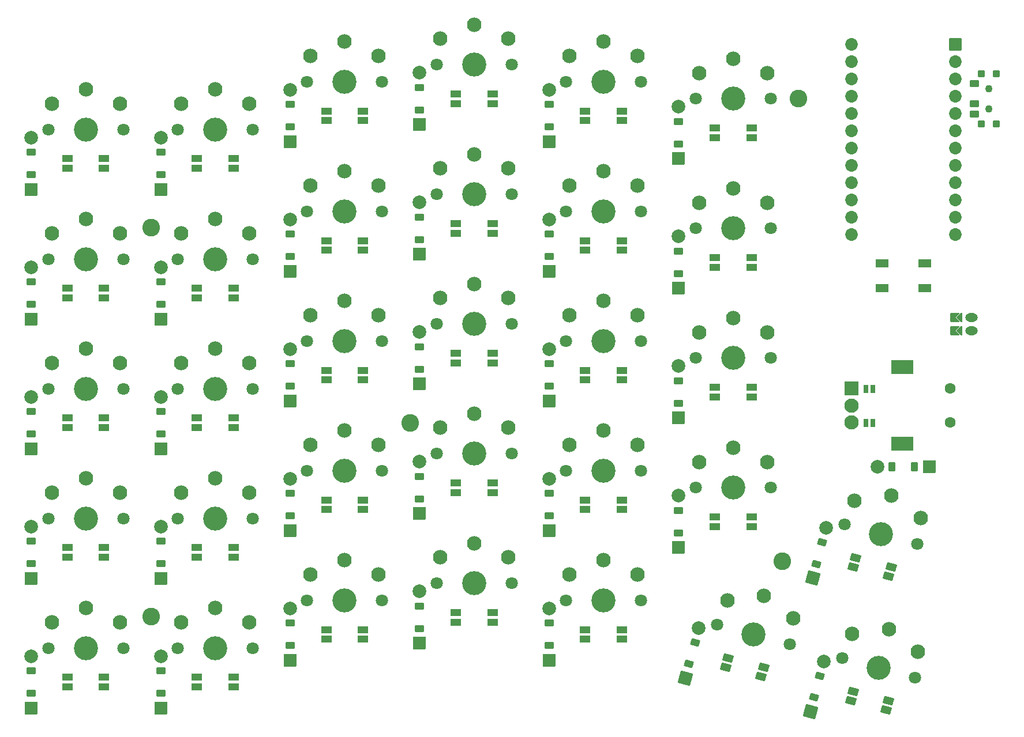
<source format=gbr>
%TF.GenerationSoftware,KiCad,Pcbnew,8.0.6*%
%TF.CreationDate,2025-03-22T19:16:27+01:00*%
%TF.ProjectId,left-finished,6c656674-2d66-4696-9e69-736865642e6b,v1.0.0*%
%TF.SameCoordinates,Original*%
%TF.FileFunction,Soldermask,Bot*%
%TF.FilePolarity,Negative*%
%FSLAX46Y46*%
G04 Gerber Fmt 4.6, Leading zero omitted, Abs format (unit mm)*
G04 Created by KiCad (PCBNEW 8.0.6) date 2025-03-22 19:16:27*
%MOMM*%
%LPD*%
G01*
G04 APERTURE LIST*
G04 Aperture macros list*
%AMRoundRect*
0 Rectangle with rounded corners*
0 $1 Rounding radius*
0 $2 $3 $4 $5 $6 $7 $8 $9 X,Y pos of 4 corners*
0 Add a 4 corners polygon primitive as box body*
4,1,4,$2,$3,$4,$5,$6,$7,$8,$9,$2,$3,0*
0 Add four circle primitives for the rounded corners*
1,1,$1+$1,$2,$3*
1,1,$1+$1,$4,$5*
1,1,$1+$1,$6,$7*
1,1,$1+$1,$8,$9*
0 Add four rect primitives between the rounded corners*
20,1,$1+$1,$2,$3,$4,$5,0*
20,1,$1+$1,$4,$5,$6,$7,0*
20,1,$1+$1,$6,$7,$8,$9,0*
20,1,$1+$1,$8,$9,$2,$3,0*%
%AMFreePoly0*
4,1,16,0.635355,0.285355,0.650000,0.250000,0.650000,-1.000000,0.635355,-1.035355,0.600000,-1.050000,0.564645,-1.035355,0.000000,-0.470710,-0.564645,-1.035355,-0.600000,-1.050000,-0.635355,-1.035355,-0.650000,-1.000000,-0.650000,0.250000,-0.635355,0.285355,-0.600000,0.300000,0.600000,0.300000,0.635355,0.285355,0.635355,0.285355,$1*%
%AMFreePoly1*
4,1,14,0.035355,0.435355,0.635355,-0.164645,0.650000,-0.200000,0.650000,-0.400000,0.635355,-0.435355,0.600000,-0.450000,-0.600000,-0.450000,-0.635355,-0.435355,-0.650000,-0.400000,-0.650000,-0.200000,-0.635355,-0.164645,-0.035355,0.435355,0.000000,0.450000,0.035355,0.435355,0.035355,0.435355,$1*%
G04 Aperture macros list end*
%ADD10C,1.100000*%
%ADD11C,1.801800*%
%ADD12C,3.529000*%
%ADD13C,2.132000*%
%ADD14RoundRect,0.050000X0.889000X-0.889000X0.889000X0.889000X-0.889000X0.889000X-0.889000X-0.889000X0*%
%ADD15RoundRect,0.050000X0.600000X-0.450000X0.600000X0.450000X-0.600000X0.450000X-0.600000X-0.450000X0*%
%ADD16C,2.005000*%
%ADD17FreePoly0,90.000000*%
%ADD18O,1.850000X1.300000*%
%ADD19FreePoly1,90.000000*%
%ADD20C,2.600000*%
%ADD21RoundRect,0.050000X0.900000X0.550000X-0.900000X0.550000X-0.900000X-0.550000X0.900000X-0.550000X0*%
%ADD22RoundRect,0.050000X-0.876300X0.876300X-0.876300X-0.876300X0.876300X-0.876300X0.876300X0.876300X0*%
%ADD23C,1.852600*%
%ADD24RoundRect,0.050000X0.317500X0.571500X-0.317500X0.571500X-0.317500X-0.571500X0.317500X-0.571500X0*%
%ADD25RoundRect,0.050000X0.628618X-1.088798X1.088798X0.628618X-0.628618X1.088798X-1.088798X-0.628618X0*%
%ADD26RoundRect,0.050000X0.463087X-0.589958X0.696024X0.279375X-0.463087X0.589958X-0.696024X-0.279375X0*%
%ADD27RoundRect,0.050000X0.889000X0.889000X-0.889000X0.889000X-0.889000X-0.889000X0.889000X-0.889000X0*%
%ADD28RoundRect,0.050000X0.450000X0.600000X-0.450000X0.600000X-0.450000X-0.600000X0.450000X-0.600000X0*%
%ADD29RoundRect,0.050000X-0.450000X0.450000X-0.450000X-0.450000X0.450000X-0.450000X0.450000X0.450000X0*%
%ADD30RoundRect,0.050000X-0.625000X0.450000X-0.625000X-0.450000X0.625000X-0.450000X0.625000X0.450000X0*%
%ADD31RoundRect,0.050000X-1.600000X-1.000000X1.600000X-1.000000X1.600000X1.000000X-1.600000X1.000000X0*%
%ADD32C,1.600000*%
%ADD33RoundRect,0.050000X-1.000000X-1.000000X1.000000X-1.000000X1.000000X1.000000X-1.000000X1.000000X0*%
%ADD34C,2.100000*%
%ADD35RoundRect,0.050000X-0.700000X-0.500000X0.700000X-0.500000X0.700000X0.500000X-0.700000X0.500000X0*%
%ADD36RoundRect,0.050000X0.700000X0.500000X-0.700000X0.500000X-0.700000X-0.500000X0.700000X-0.500000X0*%
%ADD37RoundRect,0.050000X-0.805558X-0.301790X0.546739X-0.664136X0.805558X0.301790X-0.546739X0.664136X0*%
%ADD38RoundRect,0.050000X0.805558X0.301790X-0.546739X0.664136X-0.805558X-0.301790X0.546739X-0.664136X0*%
G04 APERTURE END LIST*
D10*
%TO.C,T1*%
X232500000Y-67800000D03*
X232500000Y-70800000D03*
%TD*%
D11*
%TO.C,S5*%
X94500000Y-73800000D03*
D12*
X100000000Y-73800000D03*
D11*
X105500000Y-73800000D03*
D13*
X95000000Y-70000000D03*
X105000000Y-70000000D03*
X100000000Y-67900000D03*
X100000000Y-67900000D03*
%TD*%
D14*
%TO.C,D22*%
X168000000Y-132760000D03*
D15*
X168000000Y-130600000D03*
X168000000Y-127300000D03*
D16*
X168000000Y-125140000D03*
%TD*%
D11*
%TO.C,S13*%
X132500000Y-104900000D03*
D12*
X138000000Y-104900000D03*
D11*
X143500000Y-104900000D03*
D13*
X133000000Y-101100000D03*
X143000000Y-101100000D03*
X138000000Y-99000000D03*
X138000000Y-99000000D03*
%TD*%
D11*
%TO.C,S28*%
X189500000Y-88350000D03*
D12*
X195000000Y-88350000D03*
D11*
X200500000Y-88350000D03*
D13*
X190000000Y-84550000D03*
X200000000Y-84550000D03*
X195000000Y-82450000D03*
X195000000Y-82450000D03*
%TD*%
D14*
%TO.C,D27*%
X187000000Y-116210000D03*
D15*
X187000000Y-114050000D03*
X187000000Y-110750000D03*
D16*
X187000000Y-108590000D03*
%TD*%
D14*
%TO.C,D16*%
X149000000Y-149310000D03*
D15*
X149000000Y-147150000D03*
X149000000Y-143850000D03*
D16*
X149000000Y-141690000D03*
%TD*%
D17*
%TO.C,JST1*%
X227184000Y-103400000D03*
X227184000Y-101400000D03*
D18*
X230000000Y-101400000D03*
X230000000Y-103400000D03*
D19*
X228200000Y-101400000D03*
X228200000Y-103400000D03*
%TD*%
D11*
%TO.C,S9*%
X113500000Y-92850000D03*
D12*
X119000000Y-92850000D03*
D11*
X124500000Y-92850000D03*
D13*
X114000000Y-89050000D03*
X124000000Y-89050000D03*
X119000000Y-86950000D03*
X119000000Y-86950000D03*
%TD*%
D11*
%TO.C,S26*%
X189500000Y-126450000D03*
D12*
X195000000Y-126450000D03*
D11*
X200500000Y-126450000D03*
D13*
X190000000Y-122650000D03*
X200000000Y-122650000D03*
X195000000Y-120550000D03*
X195000000Y-120550000D03*
%TD*%
D11*
%TO.C,S14*%
X132500000Y-85850000D03*
D12*
X138000000Y-85850000D03*
D11*
X143500000Y-85850000D03*
D13*
X133000000Y-82050000D03*
X143000000Y-82050000D03*
X138000000Y-79950000D03*
X138000000Y-79950000D03*
%TD*%
D14*
%TO.C,D18*%
X149000000Y-111210000D03*
D15*
X149000000Y-109050000D03*
X149000000Y-105750000D03*
D16*
X149000000Y-103590000D03*
%TD*%
D14*
%TO.C,D24*%
X168000000Y-94660000D03*
D15*
X168000000Y-92500000D03*
X168000000Y-89200000D03*
D16*
X168000000Y-87040000D03*
%TD*%
D20*
%TO.C,*%
X204600000Y-69300000D03*
%TD*%
D14*
%TO.C,D8*%
X111000000Y-120710000D03*
D15*
X111000000Y-118550000D03*
X111000000Y-115250000D03*
D16*
X111000000Y-113090000D03*
%TD*%
D14*
%TO.C,D10*%
X111000000Y-82610000D03*
D15*
X111000000Y-80450000D03*
X111000000Y-77150000D03*
D16*
X111000000Y-74990000D03*
%TD*%
D14*
%TO.C,D13*%
X130000000Y-113710000D03*
D15*
X130000000Y-111550000D03*
X130000000Y-108250000D03*
D16*
X130000000Y-106090000D03*
%TD*%
D14*
%TO.C,D1*%
X92000000Y-158810000D03*
D15*
X92000000Y-156650000D03*
X92000000Y-153350000D03*
D16*
X92000000Y-151190000D03*
%TD*%
D21*
%TO.C,B2*%
X223100000Y-97150000D03*
X216900000Y-97150000D03*
X223100000Y-93450000D03*
X216900000Y-93450000D03*
%TD*%
D11*
%TO.C,S18*%
X151500000Y-102400000D03*
D12*
X157000000Y-102400000D03*
D11*
X162500000Y-102400000D03*
D13*
X152000000Y-98600000D03*
X162000000Y-98600000D03*
X157000000Y-96500000D03*
X157000000Y-96500000D03*
%TD*%
D22*
%TO.C,MCU1*%
X227620000Y-61330000D03*
D23*
X227620000Y-63870000D03*
X227620000Y-66410000D03*
X227620000Y-68950000D03*
X227620000Y-71490000D03*
X227620000Y-74030000D03*
X227620000Y-76570000D03*
X227620000Y-79110000D03*
X227620000Y-81650000D03*
X227620000Y-84190000D03*
X227620000Y-86730000D03*
X227620000Y-89270000D03*
X212380000Y-61330000D03*
X212380000Y-63870000D03*
X212380000Y-66410000D03*
X212380000Y-68950000D03*
X212380000Y-71490000D03*
X212380000Y-74030000D03*
X212380000Y-76570000D03*
X212380000Y-79110000D03*
X212380000Y-81650000D03*
X212380000Y-84190000D03*
X212380000Y-86730000D03*
X212380000Y-89270000D03*
%TD*%
D11*
%TO.C,S30*%
X192687408Y-146576495D03*
D12*
X198000000Y-148000000D03*
D11*
X203312592Y-149423505D03*
D13*
X194153883Y-143035387D03*
X203813142Y-145623577D03*
X199527032Y-142301038D03*
X199527032Y-142301038D03*
%TD*%
D14*
%TO.C,D4*%
X92000000Y-101660000D03*
D15*
X92000000Y-99500000D03*
X92000000Y-96200000D03*
D16*
X92000000Y-94040000D03*
%TD*%
D24*
%TO.C,J4*%
X215500380Y-116900000D03*
X214499620Y-116900000D03*
%TD*%
D11*
%TO.C,S12*%
X132500000Y-123950000D03*
D12*
X138000000Y-123950000D03*
D11*
X143500000Y-123950000D03*
D13*
X133000000Y-120150000D03*
X143000000Y-120150000D03*
X138000000Y-118050000D03*
X138000000Y-118050000D03*
%TD*%
D25*
%TO.C,D31*%
X206344987Y-159356816D03*
D26*
X206904039Y-157270417D03*
X207758139Y-154082861D03*
D16*
X208317191Y-151996462D03*
%TD*%
D11*
%TO.C,S27*%
X189500000Y-107400000D03*
D12*
X195000000Y-107400000D03*
D11*
X200500000Y-107400000D03*
D13*
X190000000Y-103600000D03*
X200000000Y-103600000D03*
X195000000Y-101500000D03*
X195000000Y-101500000D03*
%TD*%
D11*
%TO.C,S10*%
X113500000Y-73800000D03*
D12*
X119000000Y-73800000D03*
D11*
X124500000Y-73800000D03*
D13*
X114000000Y-70000000D03*
X124000000Y-70000000D03*
X119000000Y-67900000D03*
X119000000Y-67900000D03*
%TD*%
D14*
%TO.C,D11*%
X130000000Y-151810000D03*
D15*
X130000000Y-149650000D03*
X130000000Y-146350000D03*
D16*
X130000000Y-144190000D03*
%TD*%
D11*
%TO.C,S17*%
X151500000Y-121450000D03*
D12*
X157000000Y-121450000D03*
D11*
X162500000Y-121450000D03*
D13*
X152000000Y-117650000D03*
X162000000Y-117650000D03*
X157000000Y-115550000D03*
X157000000Y-115550000D03*
%TD*%
D11*
%TO.C,S11*%
X132500000Y-143000000D03*
D12*
X138000000Y-143000000D03*
D11*
X143500000Y-143000000D03*
D13*
X133000000Y-139200000D03*
X143000000Y-139200000D03*
X138000000Y-137100000D03*
X138000000Y-137100000D03*
%TD*%
D14*
%TO.C,D21*%
X168000000Y-151810000D03*
D15*
X168000000Y-149650000D03*
X168000000Y-146350000D03*
D16*
X168000000Y-144190000D03*
%TD*%
D11*
%TO.C,S6*%
X113500000Y-150000000D03*
D12*
X119000000Y-150000000D03*
D11*
X124500000Y-150000000D03*
D13*
X114000000Y-146200000D03*
X124000000Y-146200000D03*
X119000000Y-144100000D03*
X119000000Y-144100000D03*
%TD*%
D27*
%TO.C,D33*%
X223810000Y-123400000D03*
D28*
X221650000Y-123400000D03*
X218350000Y-123400000D03*
D16*
X216190000Y-123400000D03*
%TD*%
D29*
%TO.C,T2*%
X233600000Y-65600000D03*
X231400000Y-65600000D03*
D10*
X232500000Y-67800000D03*
X232500000Y-70800000D03*
D29*
X233600000Y-73000000D03*
X231400000Y-73000000D03*
D30*
X230425000Y-67050000D03*
X230425000Y-70050000D03*
X230425000Y-71550000D03*
%TD*%
D24*
%TO.C,J3*%
X215500380Y-111900000D03*
X214499620Y-111900000D03*
%TD*%
D11*
%TO.C,S15*%
X132500000Y-66800000D03*
D12*
X138000000Y-66800000D03*
D11*
X143500000Y-66800000D03*
D13*
X133000000Y-63000000D03*
X143000000Y-63000000D03*
X138000000Y-60900000D03*
X138000000Y-60900000D03*
%TD*%
D11*
%TO.C,S4*%
X94500000Y-92850000D03*
D12*
X100000000Y-92850000D03*
D11*
X105500000Y-92850000D03*
D13*
X95000000Y-89050000D03*
X105000000Y-89050000D03*
X100000000Y-86950000D03*
X100000000Y-86950000D03*
%TD*%
D14*
%TO.C,D26*%
X187000000Y-135260000D03*
D15*
X187000000Y-133100000D03*
X187000000Y-129800000D03*
D16*
X187000000Y-127640000D03*
%TD*%
D11*
%TO.C,S25*%
X170500000Y-66800000D03*
D12*
X176000000Y-66800000D03*
D11*
X181500000Y-66800000D03*
D13*
X171000000Y-63000000D03*
X181000000Y-63000000D03*
X176000000Y-60900000D03*
X176000000Y-60900000D03*
%TD*%
D14*
%TO.C,D19*%
X149000000Y-92160000D03*
D15*
X149000000Y-90000000D03*
X149000000Y-86700000D03*
D16*
X149000000Y-84540000D03*
%TD*%
D20*
%TO.C,*%
X109600000Y-145380000D03*
%TD*%
D14*
%TO.C,D3*%
X92000000Y-120710000D03*
D15*
X92000000Y-118550000D03*
X92000000Y-115250000D03*
D16*
X92000000Y-113090000D03*
%TD*%
D14*
%TO.C,D2*%
X92000000Y-139760000D03*
D15*
X92000000Y-137600000D03*
X92000000Y-134300000D03*
D16*
X92000000Y-132140000D03*
%TD*%
D11*
%TO.C,S20*%
X151500000Y-64300000D03*
D12*
X157000000Y-64300000D03*
D11*
X162500000Y-64300000D03*
D13*
X152000000Y-60500000D03*
X162000000Y-60500000D03*
X157000000Y-58400000D03*
X157000000Y-58400000D03*
%TD*%
D20*
%TO.C,*%
X202200000Y-137272500D03*
%TD*%
D14*
%TO.C,D7*%
X111000000Y-139760000D03*
D15*
X111000000Y-137600000D03*
X111000000Y-134300000D03*
D16*
X111000000Y-132140000D03*
%TD*%
D31*
%TO.C,ROT1*%
X219880000Y-108760000D03*
X219880000Y-119960000D03*
D32*
X226880000Y-111860000D03*
X226880000Y-116860000D03*
D33*
X212380000Y-111860000D03*
D34*
X212380000Y-116860000D03*
X212380000Y-114360000D03*
%TD*%
D11*
%TO.C,S29*%
X189500000Y-69300000D03*
D12*
X195000000Y-69300000D03*
D11*
X200500000Y-69300000D03*
D13*
X190000000Y-65500000D03*
X200000000Y-65500000D03*
X195000000Y-63400000D03*
X195000000Y-63400000D03*
%TD*%
D14*
%TO.C,D23*%
X168000000Y-113710000D03*
D15*
X168000000Y-111550000D03*
X168000000Y-108250000D03*
D16*
X168000000Y-106090000D03*
%TD*%
D11*
%TO.C,S31*%
X211039999Y-151494057D03*
D12*
X216352591Y-152917562D03*
D11*
X221665183Y-154341067D03*
D13*
X212506474Y-147952949D03*
X222165733Y-150541139D03*
X217879623Y-147218600D03*
X217879623Y-147218600D03*
%TD*%
D11*
%TO.C,S2*%
X94500000Y-130950000D03*
D12*
X100000000Y-130950000D03*
D11*
X105500000Y-130950000D03*
D13*
X95000000Y-127150000D03*
X105000000Y-127150000D03*
X100000000Y-125050000D03*
X100000000Y-125050000D03*
%TD*%
D14*
%TO.C,D5*%
X92000000Y-82610000D03*
D15*
X92000000Y-80450000D03*
X92000000Y-77150000D03*
D16*
X92000000Y-74990000D03*
%TD*%
D11*
%TO.C,S21*%
X170500000Y-143000000D03*
D12*
X176000000Y-143000000D03*
D11*
X181500000Y-143000000D03*
D13*
X171000000Y-139200000D03*
X181000000Y-139200000D03*
X176000000Y-137100000D03*
X176000000Y-137100000D03*
%TD*%
D14*
%TO.C,D6*%
X111000000Y-158810000D03*
D15*
X111000000Y-156650000D03*
X111000000Y-153350000D03*
D16*
X111000000Y-151190000D03*
%TD*%
D14*
%TO.C,D17*%
X149000000Y-130260000D03*
D15*
X149000000Y-128100000D03*
X149000000Y-124800000D03*
D16*
X149000000Y-122640000D03*
%TD*%
D11*
%TO.C,S23*%
X170500000Y-104900000D03*
D12*
X176000000Y-104900000D03*
D11*
X181500000Y-104900000D03*
D13*
X171000000Y-101100000D03*
X181000000Y-101100000D03*
X176000000Y-99000000D03*
X176000000Y-99000000D03*
%TD*%
D20*
%TO.C,*%
X109600000Y-88230000D03*
%TD*%
D14*
%TO.C,D20*%
X149000000Y-73110000D03*
D15*
X149000000Y-70950000D03*
X149000000Y-67650000D03*
D16*
X149000000Y-65490000D03*
%TD*%
D11*
%TO.C,S1*%
X94500000Y-150000000D03*
D12*
X100000000Y-150000000D03*
D11*
X105500000Y-150000000D03*
D13*
X95000000Y-146200000D03*
X105000000Y-146200000D03*
X100000000Y-144100000D03*
X100000000Y-144100000D03*
%TD*%
D11*
%TO.C,S32*%
X211382354Y-131863779D03*
D12*
X216694946Y-133287284D03*
D11*
X222007538Y-134710789D03*
D13*
X212848829Y-128322671D03*
X222508088Y-130910861D03*
X218221978Y-127588322D03*
X218221978Y-127588322D03*
%TD*%
D11*
%TO.C,S22*%
X170500000Y-123950000D03*
D12*
X176000000Y-123950000D03*
D11*
X181500000Y-123950000D03*
D13*
X171000000Y-120150000D03*
X181000000Y-120150000D03*
X176000000Y-118050000D03*
X176000000Y-118050000D03*
%TD*%
D20*
%TO.C,*%
X147600000Y-116925000D03*
%TD*%
D11*
%TO.C,S16*%
X151500000Y-140500000D03*
D12*
X157000000Y-140500000D03*
D11*
X162500000Y-140500000D03*
D13*
X152000000Y-136700000D03*
X162000000Y-136700000D03*
X157000000Y-134600000D03*
X157000000Y-134600000D03*
%TD*%
D11*
%TO.C,S3*%
X94500000Y-111900000D03*
D12*
X100000000Y-111900000D03*
D11*
X105500000Y-111900000D03*
D13*
X95000000Y-108100000D03*
X105000000Y-108100000D03*
X100000000Y-106000000D03*
X100000000Y-106000000D03*
%TD*%
D11*
%TO.C,S24*%
X170500000Y-85850000D03*
D12*
X176000000Y-85850000D03*
D11*
X181500000Y-85850000D03*
D13*
X171000000Y-82050000D03*
X181000000Y-82050000D03*
X176000000Y-79950000D03*
X176000000Y-79950000D03*
%TD*%
D11*
%TO.C,S19*%
X151500000Y-83350000D03*
D12*
X157000000Y-83350000D03*
D11*
X162500000Y-83350000D03*
D13*
X152000000Y-79550000D03*
X162000000Y-79550000D03*
X157000000Y-77450000D03*
X157000000Y-77450000D03*
%TD*%
D14*
%TO.C,D15*%
X130000000Y-75610000D03*
D15*
X130000000Y-73450000D03*
X130000000Y-70150000D03*
D16*
X130000000Y-67990000D03*
%TD*%
D14*
%TO.C,D28*%
X187000000Y-97160000D03*
D15*
X187000000Y-95000000D03*
X187000000Y-91700000D03*
D16*
X187000000Y-89540000D03*
%TD*%
D14*
%TO.C,D25*%
X168000000Y-75610000D03*
D15*
X168000000Y-73450000D03*
X168000000Y-70150000D03*
D16*
X168000000Y-67990000D03*
%TD*%
D14*
%TO.C,D29*%
X187000000Y-78110000D03*
D15*
X187000000Y-75950000D03*
X187000000Y-72650000D03*
D16*
X187000000Y-70490000D03*
%TD*%
D25*
%TO.C,D30*%
X187992396Y-154439254D03*
D26*
X188551448Y-152352855D03*
X189405548Y-149165299D03*
D16*
X189964600Y-147078900D03*
%TD*%
D11*
%TO.C,S7*%
X113500000Y-130950000D03*
D12*
X119000000Y-130950000D03*
D11*
X124500000Y-130950000D03*
D13*
X114000000Y-127150000D03*
X124000000Y-127150000D03*
X119000000Y-125050000D03*
X119000000Y-125050000D03*
%TD*%
D14*
%TO.C,D14*%
X130000000Y-94660000D03*
D15*
X130000000Y-92500000D03*
X130000000Y-89200000D03*
D16*
X130000000Y-87040000D03*
%TD*%
D14*
%TO.C,D12*%
X130000000Y-132760000D03*
D15*
X130000000Y-130600000D03*
X130000000Y-127300000D03*
D16*
X130000000Y-125140000D03*
%TD*%
D25*
%TO.C,D32*%
X206687342Y-139726538D03*
D26*
X207246394Y-137640139D03*
X208100494Y-134452583D03*
D16*
X208659546Y-132366184D03*
%TD*%
D14*
%TO.C,D9*%
X111000000Y-101660000D03*
D15*
X111000000Y-99500000D03*
X111000000Y-96200000D03*
D16*
X111000000Y-94040000D03*
%TD*%
D11*
%TO.C,S8*%
X113500000Y-111900000D03*
D12*
X119000000Y-111900000D03*
D11*
X124500000Y-111900000D03*
D13*
X114000000Y-108100000D03*
X124000000Y-108100000D03*
X119000000Y-106000000D03*
X119000000Y-106000000D03*
%TD*%
D35*
%TO.C,LED9*%
X140700000Y-72500000D03*
X140700000Y-71100000D03*
X135300000Y-71100000D03*
X135300000Y-72500000D03*
%TD*%
%TO.C,LED11*%
X159700000Y-108100000D03*
X159700000Y-106700000D03*
X154300000Y-106700000D03*
X154300000Y-108100000D03*
%TD*%
%TO.C,LED5*%
X121700000Y-117600000D03*
X121700000Y-116200000D03*
X116300000Y-116200000D03*
X116300000Y-117600000D03*
%TD*%
D36*
%TO.C,LED26*%
X154300000Y-125750000D03*
X154300000Y-127150000D03*
X159700000Y-127150000D03*
X159700000Y-125750000D03*
%TD*%
%TO.C,LED22*%
X116300000Y-135250000D03*
X116300000Y-136650000D03*
X121700000Y-136650000D03*
X121700000Y-135250000D03*
%TD*%
D35*
%TO.C,LED1*%
X102700000Y-155700000D03*
X102700000Y-154300000D03*
X97300000Y-154300000D03*
X97300000Y-155700000D03*
%TD*%
D36*
%TO.C,LED20*%
X97300000Y-135250000D03*
X97300000Y-136650000D03*
X102700000Y-136650000D03*
X102700000Y-135250000D03*
%TD*%
D35*
%TO.C,LED14*%
X178700000Y-110600000D03*
X178700000Y-109200000D03*
X173300000Y-109200000D03*
X173300000Y-110600000D03*
%TD*%
%TO.C,LED17*%
X197700000Y-75000000D03*
X197700000Y-73600000D03*
X192300000Y-73600000D03*
X192300000Y-75000000D03*
%TD*%
D36*
%TO.C,LED25*%
X135300000Y-90150000D03*
X135300000Y-91550000D03*
X140700000Y-91550000D03*
X140700000Y-90150000D03*
%TD*%
D35*
%TO.C,LED2*%
X102700000Y-117600000D03*
X102700000Y-116200000D03*
X97300000Y-116200000D03*
X97300000Y-117600000D03*
%TD*%
%TO.C,LED16*%
X197700000Y-113100000D03*
X197700000Y-111700000D03*
X192300000Y-111700000D03*
X192300000Y-113100000D03*
%TD*%
%TO.C,LED6*%
X121700000Y-79500000D03*
X121700000Y-78100000D03*
X116300000Y-78100000D03*
X116300000Y-79500000D03*
%TD*%
D37*
%TO.C,LED18*%
X199132731Y-154204589D03*
X199495078Y-152852292D03*
X194279079Y-151454669D03*
X193916732Y-152806966D03*
%TD*%
D36*
%TO.C,LED30*%
X192300000Y-130750000D03*
X192300000Y-132150000D03*
X197700000Y-132150000D03*
X197700000Y-130750000D03*
%TD*%
D35*
%TO.C,LED12*%
X159700000Y-70000000D03*
X159700000Y-68600000D03*
X154300000Y-68600000D03*
X154300000Y-70000000D03*
%TD*%
D36*
%TO.C,LED29*%
X173300000Y-90150000D03*
X173300000Y-91550000D03*
X178700000Y-91550000D03*
X178700000Y-90150000D03*
%TD*%
D37*
%TO.C,LED19*%
X217485322Y-159122151D03*
X217847669Y-157769854D03*
X212631670Y-156372231D03*
X212269323Y-157724528D03*
%TD*%
D35*
%TO.C,LED15*%
X178700000Y-72500000D03*
X178700000Y-71100000D03*
X173300000Y-71100000D03*
X173300000Y-72500000D03*
%TD*%
D36*
%TO.C,LED24*%
X135300000Y-128250000D03*
X135300000Y-129650000D03*
X140700000Y-129650000D03*
X140700000Y-128250000D03*
%TD*%
D38*
%TO.C,LED32*%
X212974025Y-136741954D03*
X212611678Y-138094251D03*
X217827677Y-139491874D03*
X218190024Y-138139577D03*
%TD*%
D36*
%TO.C,LED23*%
X116300000Y-97150000D03*
X116300000Y-98550000D03*
X121700000Y-98550000D03*
X121700000Y-97150000D03*
%TD*%
D35*
%TO.C,LED4*%
X121700000Y-155700000D03*
X121700000Y-154300000D03*
X116300000Y-154300000D03*
X116300000Y-155700000D03*
%TD*%
%TO.C,LED10*%
X159700000Y-146200000D03*
X159700000Y-144800000D03*
X154300000Y-144800000D03*
X154300000Y-146200000D03*
%TD*%
%TO.C,LED8*%
X140700000Y-110600000D03*
X140700000Y-109200000D03*
X135300000Y-109200000D03*
X135300000Y-110600000D03*
%TD*%
%TO.C,LED3*%
X102700000Y-79500000D03*
X102700000Y-78100000D03*
X97300000Y-78100000D03*
X97300000Y-79500000D03*
%TD*%
D36*
%TO.C,LED27*%
X154300000Y-87650000D03*
X154300000Y-89050000D03*
X159700000Y-89050000D03*
X159700000Y-87650000D03*
%TD*%
%TO.C,LED21*%
X97300000Y-97150000D03*
X97300000Y-98550000D03*
X102700000Y-98550000D03*
X102700000Y-97150000D03*
%TD*%
D35*
%TO.C,LED13*%
X178700000Y-148700000D03*
X178700000Y-147300000D03*
X173300000Y-147300000D03*
X173300000Y-148700000D03*
%TD*%
D36*
%TO.C,LED28*%
X173300000Y-128250000D03*
X173300000Y-129650000D03*
X178700000Y-129650000D03*
X178700000Y-128250000D03*
%TD*%
%TO.C,LED31*%
X192300000Y-92650000D03*
X192300000Y-94050000D03*
X197700000Y-94050000D03*
X197700000Y-92650000D03*
%TD*%
D35*
%TO.C,LED7*%
X140700000Y-148700000D03*
X140700000Y-147300000D03*
X135300000Y-147300000D03*
X135300000Y-148700000D03*
%TD*%
M02*

</source>
